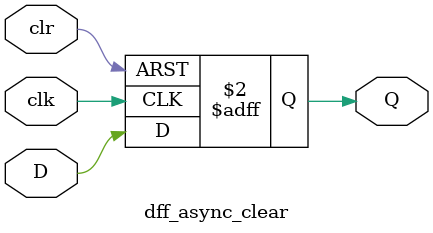
<source format=v>
module dff_async_clear (
    input clk,
    input clr,
    input D,
    output reg Q
);

    always @(posedge clk or posedge clr) begin
        if (clr)
            Q <= 1'b0;   // asynchronous clear
        else
            Q <= D;
    end

endmodule
</source>
